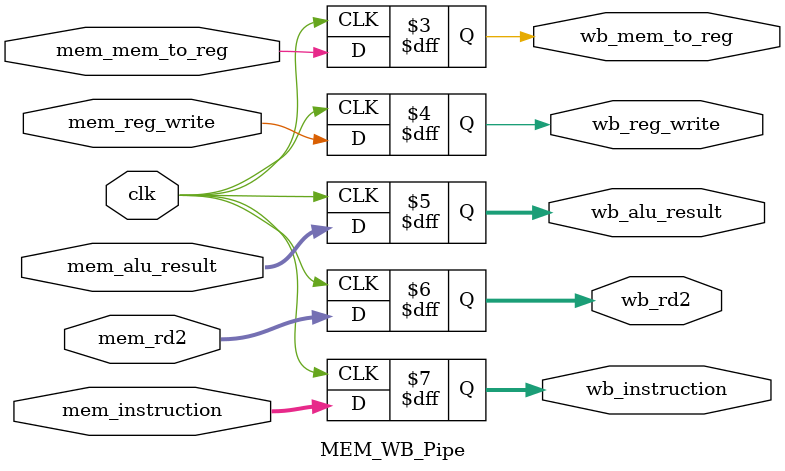
<source format=v>
`timescale 1ns / 1ps

module MEM_WB_Pipe(
    input                   clk,
    input                   mem_mem_to_reg,
    input                   mem_reg_write,
    input       [31:0]      mem_alu_result,
    input       [31:0]      mem_rd2,
    input       [31:0]      mem_instruction,

    output reg              wb_mem_to_reg,
    output reg              wb_reg_write,
    output reg  [31:0]      wb_alu_result,
    output reg  [31:0]      wb_rd2,
    output reg  [31:0]      wb_instruction
  );

  initial
  begin
    wb_mem_to_reg = 0;
    wb_reg_write = 0;
    wb_alu_result = 0;
    wb_rd2 = 0;
    wb_instruction = 0;
  end

  always @ (posedge clk)
  begin
    wb_mem_to_reg   <= mem_mem_to_reg;
    wb_reg_write    <= mem_reg_write;
    wb_alu_result   <= mem_alu_result;
    wb_rd2          <= mem_rd2;
    wb_instruction  <= mem_instruction;
  end

endmodule

</source>
